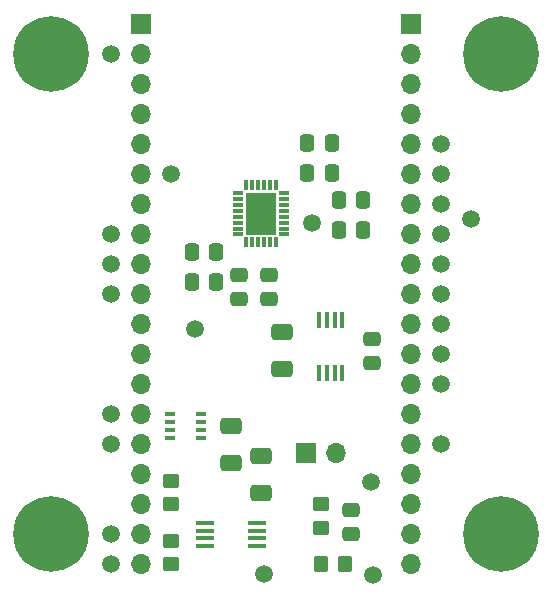
<source format=gbr>
%TF.GenerationSoftware,KiCad,Pcbnew,7.0.9-7.0.9~ubuntu22.04.1*%
%TF.CreationDate,2023-12-17T20:48:01-06:00*%
%TF.ProjectId,ultrasonic_microphone,756c7472-6173-46f6-9e69-635f6d696372,rev?*%
%TF.SameCoordinates,Original*%
%TF.FileFunction,Soldermask,Top*%
%TF.FilePolarity,Negative*%
%FSLAX46Y46*%
G04 Gerber Fmt 4.6, Leading zero omitted, Abs format (unit mm)*
G04 Created by KiCad (PCBNEW 7.0.9-7.0.9~ubuntu22.04.1) date 2023-12-17 20:48:01*
%MOMM*%
%LPD*%
G01*
G04 APERTURE LIST*
G04 Aperture macros list*
%AMRoundRect*
0 Rectangle with rounded corners*
0 $1 Rounding radius*
0 $2 $3 $4 $5 $6 $7 $8 $9 X,Y pos of 4 corners*
0 Add a 4 corners polygon primitive as box body*
4,1,4,$2,$3,$4,$5,$6,$7,$8,$9,$2,$3,0*
0 Add four circle primitives for the rounded corners*
1,1,$1+$1,$2,$3*
1,1,$1+$1,$4,$5*
1,1,$1+$1,$6,$7*
1,1,$1+$1,$8,$9*
0 Add four rect primitives between the rounded corners*
20,1,$1+$1,$2,$3,$4,$5,0*
20,1,$1+$1,$4,$5,$6,$7,0*
20,1,$1+$1,$6,$7,$8,$9,0*
20,1,$1+$1,$8,$9,$2,$3,0*%
G04 Aperture macros list end*
%ADD10C,1.500000*%
%ADD11C,6.400000*%
%ADD12C,3.600000*%
%ADD13R,0.854800X0.300000*%
%ADD14R,0.300000X0.854800*%
%ADD15R,2.600000X3.600000*%
%ADD16RoundRect,0.250000X0.475000X-0.337500X0.475000X0.337500X-0.475000X0.337500X-0.475000X-0.337500X0*%
%ADD17RoundRect,0.250000X-0.337500X-0.475000X0.337500X-0.475000X0.337500X0.475000X-0.337500X0.475000X0*%
%ADD18R,0.431800X1.358900*%
%ADD19RoundRect,0.250000X0.337500X0.475000X-0.337500X0.475000X-0.337500X-0.475000X0.337500X-0.475000X0*%
%ADD20RoundRect,0.250000X0.650000X-0.412500X0.650000X0.412500X-0.650000X0.412500X-0.650000X-0.412500X0*%
%ADD21RoundRect,0.250000X-0.450000X0.350000X-0.450000X-0.350000X0.450000X-0.350000X0.450000X0.350000X0*%
%ADD22RoundRect,0.250000X0.350000X0.450000X-0.350000X0.450000X-0.350000X-0.450000X0.350000X-0.450000X0*%
%ADD23R,0.876300X0.406400*%
%ADD24R,1.524000X0.431800*%
%ADD25RoundRect,0.250000X-0.475000X0.337500X-0.475000X-0.337500X0.475000X-0.337500X0.475000X0.337500X0*%
%ADD26RoundRect,0.250000X-0.650000X0.412500X-0.650000X-0.412500X0.650000X-0.412500X0.650000X0.412500X0*%
%ADD27RoundRect,0.250000X0.450000X-0.350000X0.450000X0.350000X-0.450000X0.350000X-0.450000X-0.350000X0*%
%ADD28O,1.700000X1.700000*%
%ADD29R,1.700000X1.700000*%
G04 APERTURE END LIST*
D10*
%TO.C,TP15*%
X129540000Y-66040000D03*
%TD*%
%TO.C,TP22*%
X129540000Y-76200000D03*
%TD*%
%TO.C,TP3*%
X129540000Y-73660000D03*
%TD*%
%TO.C,TP18*%
X129540000Y-50800000D03*
%TD*%
%TO.C,TP14*%
X129540000Y-48260000D03*
%TD*%
%TO.C,TP21*%
X136688230Y-56250138D03*
%TD*%
%TO.C,TP25*%
X157480000Y-50800000D03*
%TD*%
%TO.C,TP24*%
X160020000Y-46913934D03*
%TD*%
%TO.C,TP7*%
X129540000Y-63500000D03*
%TD*%
%TO.C,TP19*%
X129540000Y-53340000D03*
%TD*%
%TO.C,TP11*%
X134620000Y-43180000D03*
%TD*%
%TO.C,TP20*%
X129540000Y-33020000D03*
%TD*%
%TO.C,TP9*%
X157480000Y-66040000D03*
%TD*%
%TO.C,TP8*%
X157480000Y-60960000D03*
%TD*%
%TO.C,TP10*%
X157480000Y-58420000D03*
%TD*%
%TO.C,TP12*%
X157480000Y-55880000D03*
%TD*%
%TO.C,TP13*%
X157480000Y-53340000D03*
%TD*%
%TO.C,TP4*%
X157480000Y-48260000D03*
%TD*%
%TO.C,TP2*%
X157480000Y-45720000D03*
%TD*%
%TO.C,TP5*%
X157480000Y-43180000D03*
%TD*%
%TO.C,TP1*%
X157480000Y-40640000D03*
%TD*%
%TO.C,TP23*%
X146563280Y-47303504D03*
%TD*%
%TO.C,TP6*%
X151564651Y-69194710D03*
%TD*%
%TO.C,TP17*%
X142477426Y-76971960D03*
%TD*%
%TO.C,TP16*%
X151692101Y-77081768D03*
%TD*%
D11*
%TO.C,GND*%
X124460000Y-33020000D03*
%TD*%
D12*
%TO.C,REF\u002A\u002A*%
X162560000Y-33020000D03*
D11*
X162560000Y-33020000D03*
%TD*%
D12*
%TO.C,REF\u002A\u002A*%
X162560000Y-73660000D03*
D11*
X162560000Y-73660000D03*
%TD*%
%TO.C,REF\u002A\u002A*%
X124460000Y-73660000D03*
D12*
X124460000Y-73660000D03*
%TD*%
D13*
%TO.C,U4*%
X144167400Y-48260000D03*
X144167400Y-47760001D03*
X144167400Y-47260002D03*
X144167400Y-46760001D03*
X144167400Y-46260001D03*
X144167400Y-45760000D03*
X144167400Y-45260001D03*
X144167400Y-44760002D03*
D14*
X143490000Y-44082602D03*
X142990001Y-44082602D03*
X142490000Y-44082602D03*
X141990000Y-44082602D03*
X141489999Y-44082602D03*
X140990000Y-44082602D03*
D13*
X140312600Y-44760002D03*
X140312600Y-45260001D03*
X140312600Y-45760000D03*
X140312600Y-46260001D03*
X140312600Y-46760001D03*
X140312600Y-47260002D03*
X140312600Y-47760001D03*
X140312600Y-48260000D03*
D14*
X140990000Y-48937400D03*
X141489999Y-48937400D03*
X141990000Y-48937400D03*
X142490000Y-48937400D03*
X142990001Y-48937400D03*
X143490000Y-48937400D03*
D15*
X142240000Y-46510001D03*
%TD*%
D16*
%TO.C,C20*%
X140346754Y-53733912D03*
X140346754Y-51658912D03*
%TD*%
D17*
%TO.C,C18*%
X148822500Y-45307037D03*
X150897500Y-45307037D03*
%TD*%
D18*
%TO.C,U3*%
X149128302Y-55497850D03*
X148478304Y-55497850D03*
X147828302Y-55497850D03*
X147178304Y-55497850D03*
X147178304Y-59955550D03*
X147828302Y-59955550D03*
X148478304Y-59955550D03*
X149128302Y-59955550D03*
%TD*%
D19*
%TO.C,C6*%
X138472884Y-52282590D03*
X136397884Y-52282590D03*
%TD*%
D20*
%TO.C,C3*%
X142240000Y-70142500D03*
X142240000Y-67017500D03*
%TD*%
D21*
%TO.C,R1*%
X134620000Y-69120000D03*
X134620000Y-71120000D03*
%TD*%
D17*
%TO.C,C5*%
X146144329Y-40542246D03*
X148219329Y-40542246D03*
%TD*%
D21*
%TO.C,R2*%
X134620000Y-74200000D03*
X134620000Y-76200000D03*
%TD*%
D16*
%TO.C,C7*%
X151668302Y-59151698D03*
X151668302Y-57076698D03*
%TD*%
%TO.C,C23*%
X142886754Y-53733912D03*
X142886754Y-51658912D03*
%TD*%
D17*
%TO.C,C8*%
X146144329Y-43082246D03*
X148219329Y-43082246D03*
%TD*%
D22*
%TO.C,R4*%
X149320000Y-76200000D03*
X147320000Y-76200000D03*
%TD*%
D23*
%TO.C,U1*%
X134531100Y-63500000D03*
X134531100Y-64149998D03*
X134531100Y-64800000D03*
X134531100Y-65449998D03*
X137160000Y-65449998D03*
X137160000Y-64800000D03*
X137160000Y-64149998D03*
X137160000Y-63500000D03*
%TD*%
D24*
%TO.C,U2*%
X137528300Y-72685001D03*
X137528300Y-73334999D03*
X137528300Y-73985001D03*
X137528300Y-74634999D03*
X141871700Y-74634999D03*
X141871700Y-73985001D03*
X141871700Y-73334999D03*
X141871700Y-72685001D03*
%TD*%
D17*
%TO.C,C21*%
X148822500Y-47847037D03*
X150897500Y-47847037D03*
%TD*%
D25*
%TO.C,C4*%
X149860000Y-71585000D03*
X149860000Y-73660000D03*
%TD*%
D19*
%TO.C,C9*%
X138472884Y-49742590D03*
X136397884Y-49742590D03*
%TD*%
D26*
%TO.C,C1*%
X144048302Y-56551698D03*
X144048302Y-59676698D03*
%TD*%
%TO.C,C2*%
X139700000Y-64477500D03*
X139700000Y-67602500D03*
%TD*%
D27*
%TO.C,R3*%
X147320000Y-73120000D03*
X147320000Y-71120000D03*
%TD*%
D28*
%TO.C,J2*%
X132080000Y-76200000D03*
X132080000Y-73660000D03*
X132080000Y-71120000D03*
X132080000Y-68580000D03*
X132080000Y-66040000D03*
X132080000Y-63500000D03*
X132080000Y-60960000D03*
X132080000Y-58420000D03*
X132080000Y-55880000D03*
X132080000Y-53340000D03*
X132080000Y-50800000D03*
X132080000Y-48260000D03*
X132080000Y-45720000D03*
X132080000Y-43180000D03*
X132080000Y-40640000D03*
X132080000Y-38100000D03*
X132080000Y-35560000D03*
X132080000Y-33020000D03*
D29*
X132080000Y-30480000D03*
%TD*%
%TO.C,J3*%
X146045000Y-66745000D03*
D28*
X148585000Y-66745000D03*
%TD*%
D29*
%TO.C,J1*%
X154940000Y-30480000D03*
D28*
X154940000Y-33020000D03*
X154940000Y-35560000D03*
X154940000Y-38100000D03*
X154940000Y-40640000D03*
X154940000Y-43180000D03*
X154940000Y-45720000D03*
X154940000Y-48260000D03*
X154940000Y-50800000D03*
X154940000Y-53340000D03*
X154940000Y-55880000D03*
X154940000Y-58420000D03*
X154940000Y-60960000D03*
X154940000Y-63500000D03*
X154940000Y-66040000D03*
X154940000Y-68580000D03*
X154940000Y-71120000D03*
X154940000Y-73660000D03*
X154940000Y-76200000D03*
%TD*%
M02*

</source>
